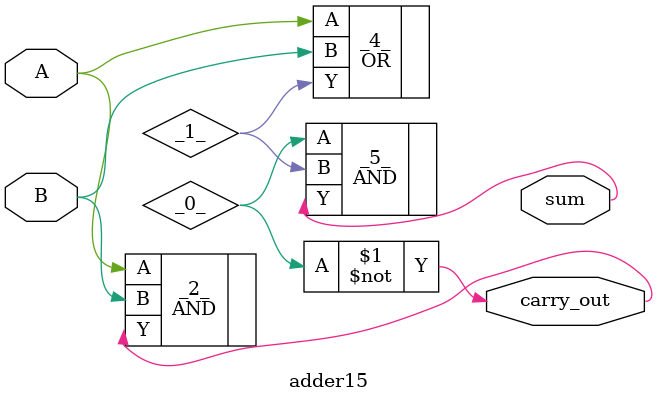
<source format=v>
/* Generated by Yosys 0.41+83 (git sha1 7045cf509, x86_64-w64-mingw32-g++ 13.2.1 -Os) */

/* cells_not_processed =  1  */
/* src = "adder15.v:2.1-17.10" */
module adder15(A, B, sum, carry_out);
  wire _0_;
  wire _1_;
  /* src = "adder15.v:4.13-4.14" */
  input A;
  wire A;
  /* src = "adder15.v:5.13-5.14" */
  input B;
  wire B;
  /* src = "adder15.v:7.13-7.22" */
  output carry_out;
  wire carry_out;
  /* src = "adder15.v:6.13-6.16" */
  output sum;
  wire sum;
  AND _2_ (
    .A(A),
    .B(B),
    .Y(carry_out)
  );
  not _3_ (
    .A(carry_out),
    .Y(_0_)
  );
  OR _4_ (
    .A(A),
    .B(B),
    .Y(_1_)
  );
  AND _5_ (
    .A(_0_),
    .B(_1_),
    .Y(sum)
  );
endmodule

</source>
